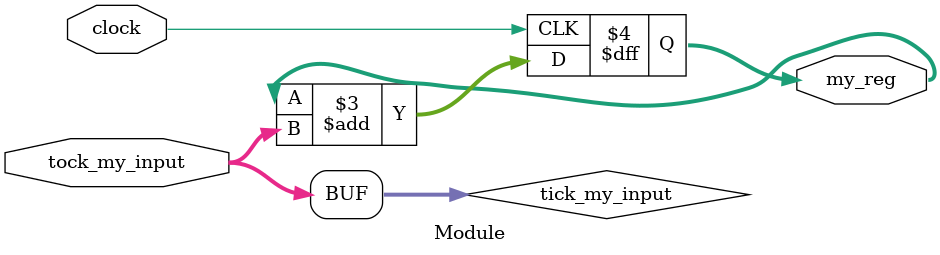
<source format=sv>
`include "metron/tools/metron_tools.sv"


// clang-format off
module Module (
  // global clock
  input logic clock,
  // output registers
  output logic[6:0] my_reg,
  // tock() ports
  input logic[6:0] tock_my_input
);
 /*public:*/

  always_comb begin : tock
    tick_my_input = tock_my_input;
    /*tick(my_input);*/
  end

 /*private:*/

  always_ff @(posedge clock) begin : tick
    my_reg <= my_reg + tick_my_input;
  end
  logic[6:0] tick_my_input;

  logic[6:0] my_reg;
endmodule
// clang-format on

</source>
